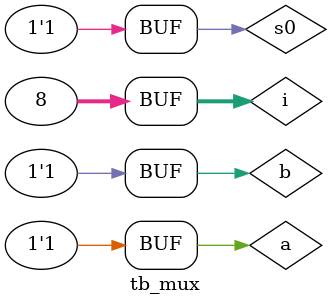
<source format=v>
`timescale 1ns / 1ps
module tb_mux();

	// Inputs
	reg a;
	reg b;
	reg s0;

	// Outputs
	wire z;
	
	integer i;

	// Instantiate the Unit Under Test (UUT)
	mux2x1 uut (
		.a(a), 
		.b(b), 
		.z(z), 
		.s0(s0)
	);
initial begin
i=2'b00;
s0=0;
for(i=0;i<8;i=i+1)
begin
{a,b,s0}=i;
#10;
end
end

      
endmodule




</source>
